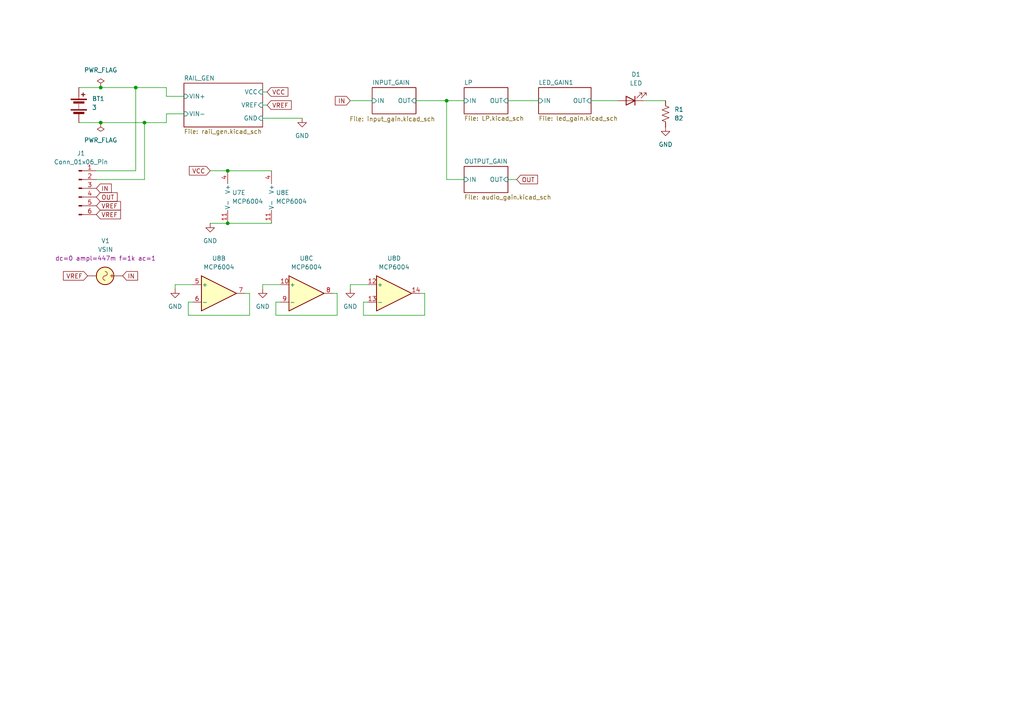
<source format=kicad_sch>
(kicad_sch (version 20250114) (generator "eeschema") (generator_version "9.0")
  (paper "A4")
  (lib_symbols
    (symbol "Amplifier_Operational:MCP6004" (pin_names (offset 0.127))
      (property "Reference" "U" (at 0 5.08 0))
      (property "Value" "MCP6004" (at 0 -5.08 0))
      (symbol "MCP6004_1_1"
        (polyline (pts (xy -5.08 5.08) (xy 5.08 0) (xy -5.08 -5.08) (xy -5.08 5.08)) (stroke (width 0.254)) (fill (type background)))
        (pin input line (at -7.62 2.54 0) (length 2.54) (name "+") (number "3"))
        (pin input line (at -7.62 -2.54 0) (length 2.54) (name "-") (number "2"))
        (pin output line (at 7.62 0 180) (length 2.54) (name "~") (number "1"))
      )
      (symbol "MCP6004_2_1"
        (polyline (pts (xy -5.08 5.08) (xy 5.08 0) (xy -5.08 -5.08) (xy -5.08 5.08)) (stroke (width 0.254)) (fill (type background)))
        (pin input line (at -7.62 2.54 0) (length 2.54) (name "+") (number "5"))
        (pin input line (at -7.62 -2.54 0) (length 2.54) (name "-") (number "6"))
        (pin output line (at 7.62 0 180) (length 2.54) (name "~") (number "7"))
      )
      (symbol "MCP6004_3_1"
        (polyline (pts (xy -5.08 5.08) (xy 5.08 0) (xy -5.08 -5.08) (xy -5.08 5.08)) (stroke (width 0.254)) (fill (type background)))
        (pin input line (at -7.62 2.54 0) (length 2.54) (name "+") (number "10"))
        (pin input line (at -7.62 -2.54 0) (length 2.54) (name "-") (number "9"))
        (pin output line (at 7.62 0 180) (length 2.54) (name "~") (number "8"))
      )
      (symbol "MCP6004_4_1"
        (polyline (pts (xy -5.08 5.08) (xy 5.08 0) (xy -5.08 -5.08) (xy -5.08 5.08)) (stroke (width 0.254)) (fill (type background)))
        (pin input line (at -7.62 2.54 0) (length 2.54) (name "+") (number "12"))
        (pin input line (at -7.62 -2.54 0) (length 2.54) (name "-") (number "13"))
        (pin output line (at 7.62 0 180) (length 2.54) (name "~") (number "14"))
      )
      (symbol "MCP6004_5_1"
        (pin power_in line (at -2.54 7.62 270) (length 3.81) (name "V+") (number "4"))
        (pin power_in line (at -2.54 -7.62 90) (length 3.81) (name "V-") (number "11"))
      )
    )
    (symbol "Connector:Conn_01x06_Pin" (pin_names (offset 1.016) (hide yes))
      (property "Reference" "J" (at 0 7.62 0))
      (property "Value" "Conn_01x06_Pin" (at 0 -10.16 0))
      (symbol "Conn_01x06_Pin_1_1"
        (rectangle (start 0.8636 5.207) (end 0 4.953) (stroke (width 0.1524)) (fill (type outline)))
        (rectangle (start 0.8636 2.667) (end 0 2.413) (stroke (width 0.1524)) (fill (type outline)))
        (rectangle (start 0.8636 0.127) (end 0 -0.127) (stroke (width 0.1524)) (fill (type outline)))
        (rectangle (start 0.8636 -2.413) (end 0 -2.667) (stroke (width 0.1524)) (fill (type outline)))
        (rectangle (start 0.8636 -4.953) (end 0 -5.207) (stroke (width 0.1524)) (fill (type outline)))
        (rectangle (start 0.8636 -7.493) (end 0 -7.747) (stroke (width 0.1524)) (fill (type outline)))
        (polyline (pts (xy 1.27 5.08) (xy 0.8636 5.08)) (stroke (width 0.1524)))
        (polyline (pts (xy 1.27 2.54) (xy 0.8636 2.54)) (stroke (width 0.1524)))
        (polyline (pts (xy 1.27 0) (xy 0.8636 0)) (stroke (width 0.1524)))
        (polyline (pts (xy 1.27 -2.54) (xy 0.8636 -2.54)) (stroke (width 0.1524)))
        (polyline (pts (xy 1.27 -5.08) (xy 0.8636 -5.08)) (stroke (width 0.1524)))
        (polyline (pts (xy 1.27 -7.62) (xy 0.8636 -7.62)) (stroke (width 0.1524)))
        (pin passive line (at 5.08 5.08 180) (length 3.81) (name "Pin_1") (number "1"))
        (pin passive line (at 5.08 2.54 180) (length 3.81) (name "Pin_2") (number "2"))
        (pin passive line (at 5.08 0 180) (length 3.81) (name "Pin_3") (number "3"))
        (pin passive line (at 5.08 -2.54 180) (length 3.81) (name "Pin_4") (number "4"))
        (pin passive line (at 5.08 -5.08 180) (length 3.81) (name "Pin_5") (number "5"))
        (pin passive line (at 5.08 -7.62 180) (length 3.81) (name "Pin_6") (number "6"))
      )
    )
    (symbol "Device:Battery" (pin_numbers (hide yes)) (pin_names (offset 0) (hide yes))
      (property "Reference" "BT" (at 2.54 2.54 0))
      (property "Value" "Battery" (at 2.54 0 0))
      (symbol "Battery_0_1"
        (rectangle (start -2.286 1.778) (end 2.286 1.524) (fill (type outline)))
        (rectangle (start -2.286 -1.27) (end 2.286 -1.524) (fill (type outline)))
        (rectangle (start -1.524 1.016) (end 1.524 0.508) (fill (type outline)))
        (rectangle (start -1.524 -2.032) (end 1.524 -2.54) (fill (type outline)))
        (polyline (pts (xy 0 1.778) (xy 0 2.54)))
        (polyline (pts (xy 0 0) (xy 0 0.254)))
        (polyline (pts (xy 0 -0.508) (xy 0 -0.254)))
        (polyline (pts (xy 0 -1.016) (xy 0 -0.762)))
        (polyline (pts (xy 0.762 3.048) (xy 1.778 3.048)) (stroke (width 0.254)))
        (polyline (pts (xy 1.27 3.556) (xy 1.27 2.54)) (stroke (width 0.254)))
      )
      (symbol "Battery_1_1"
        (pin passive line (at 0 5.08 270) (length 2.54) (name "+") (number "1"))
        (pin passive line (at 0 -5.08 90) (length 2.54) (name "-") (number "2"))
      )
    )
    (symbol "Device:LED" (pin_numbers (hide yes)) (pin_names (offset 1.016) (hide yes))
      (property "Reference" "D" (at 0 2.54 0))
      (property "Value" "LED" (at 0 -2.54 0))
      (symbol "LED_0_1"
        (polyline (pts (xy -3.048 -0.762) (xy -4.572 -2.286) (xy -3.81 -2.286) (xy -4.572 -2.286) (xy -4.572 -1.524)))
        (polyline (pts (xy -1.778 -0.762) (xy -3.302 -2.286) (xy -2.54 -2.286) (xy -3.302 -2.286) (xy -3.302 -1.524)))
        (polyline (pts (xy -1.27 0) (xy 1.27 0)))
        (polyline (pts (xy -1.27 -1.27) (xy -1.27 1.27)) (stroke (width 0.254)))
        (polyline (pts (xy 1.27 -1.27) (xy 1.27 1.27) (xy -1.27 0) (xy 1.27 -1.27)) (stroke (width 0.254)))
      )
      (symbol "LED_1_1"
        (pin passive line (at -3.81 0 0) (length 2.54) (name "K") (number "1"))
        (pin passive line (at 3.81 0 180) (length 2.54) (name "A") (number "2"))
      )
    )
    (symbol "Device:R_US" (pin_numbers (hide yes)) (pin_names (offset 0))
      (property "Reference" "R" (at 2.54 0 90))
      (property "Value" "R_US" (at -2.54 0 90))
      (symbol "R_US_0_1"
        (polyline (pts (xy 0 2.286) (xy 0 2.54)))
        (polyline (pts (xy 0 2.286) (xy 1.016 1.905) (xy 0 1.524) (xy -1.016 1.143) (xy 0 0.762)))
        (polyline (pts (xy 0 0.762) (xy 1.016 0.381) (xy 0 0) (xy -1.016 -0.381) (xy 0 -0.762)))
        (polyline (pts (xy 0 -0.762) (xy 1.016 -1.143) (xy 0 -1.524) (xy -1.016 -1.905) (xy 0 -2.286)))
        (polyline (pts (xy 0 -2.286) (xy 0 -2.54)))
      )
      (symbol "R_US_1_1"
        (pin passive line (at 0 3.81 270) (length 1.27) (name "~") (number "1"))
        (pin passive line (at 0 -3.81 90) (length 1.27) (name "~") (number "2"))
      )
    )
    (symbol "Simulation_SPICE:VSIN" (pin_numbers (hide yes)) (pin_names (offset 0.0254))
      (property "Reference" "V" (at 2.54 2.54 0))
      (property "Value" "VSIN" (at 2.54 0 0))
      (property "Sim.Params" "dc=0 ampl=1 f=1k ac=1" (at 2.54 -2.54 0))
      (symbol "VSIN_0_0"
        (arc (start -1.27 0) (mid -0.635 0.6323) (end 0 0))
        (arc (start 1.27 0) (mid 0.635 -0.6323) (end 0 0))
        (text "+" (at 0 1.905 0) (effects (font (size 1.27 1.27))))
      )
      (symbol "VSIN_0_1"
        (circle (center 0 0) (radius 2.54) (stroke (width 0.254)) (fill (type background)))
      )
      (symbol "VSIN_1_1"
        (pin passive line (at 0 5.08 270) (length 2.54) (name "~") (number "1"))
        (pin passive line (at 0 -5.08 90) (length 2.54) (name "~") (number "2"))
      )
    )
    (symbol "power:GND" (power) (pin_numbers (hide yes)) (pin_names (offset 0) (hide yes))
      (property "Value" "GND" (at 0 -3.81 0))
      (symbol "GND_0_1"
        (polyline (pts (xy 0 0) (xy 0 -1.27) (xy 1.27 -1.27) (xy 0 -2.54) (xy -1.27 -1.27) (xy 0 -1.27)))
      )
      (symbol "GND_1_1"
        (pin power_in line (at 0 0 270) (length 0) (name "~") (number "1"))
      )
    )
    (symbol "power:PWR_FLAG" (power) (pin_numbers (hide yes)) (pin_names (offset 0) (hide yes))
      (property "Value" "PWR_FLAG" (at 0 3.81 0))
      (symbol "PWR_FLAG_0_0"
        (pin power_out line (at 0 0 90) (length 0) (name "~") (number "1"))
      )
      (symbol "PWR_FLAG_0_1"
        (polyline (pts (xy 0 0) (xy 0 1.27) (xy -1.016 1.905) (xy 0 2.54) (xy 1.016 1.905) (xy 0 1.27)))
      )
    )
  )
  (junction (at 39.37 25.4))
  (junction (at 66.04 64.77))
  (junction (at 41.91 35.56))
  (junction (at 66.04 49.53))
  (junction (at 29.21 35.56))
  (junction (at 129.54 29.21))
  (junction (at 29.21 25.4))
  (wire (pts (xy 147.32 29.21) (xy 156.21 29.21)))
  (wire (pts (xy 71.12 85.09) (xy 72.39 85.09)))
  (wire (pts (xy 76.2 34.29) (xy 87.63 34.29)))
  (wire (pts (xy 80.01 91.44) (xy 80.01 87.63)))
  (wire (pts (xy 105.41 87.63) (xy 106.68 87.63)))
  (wire (pts (xy 22.86 25.4) (xy 29.21 25.4)))
  (wire (pts (xy 29.21 35.56) (xy 41.91 35.56)))
  (wire (pts (xy 120.65 29.21) (xy 129.54 29.21)))
  (wire (pts (xy 76.2 30.48) (xy 77.47 30.48)))
  (wire (pts (xy 72.39 91.44) (xy 54.61 91.44)))
  (wire (pts (xy 54.61 87.63) (xy 55.88 87.63)))
  (wire (pts (xy 41.91 35.56) (xy 48.26 35.56)))
  (wire (pts (xy 186.69 29.21) (xy 193.04 29.21)))
  (wire (pts (xy 22.86 35.56) (xy 29.21 35.56)))
  (wire (pts (xy 55.88 82.55) (xy 50.8 82.55)))
  (wire (pts (xy 121.92 85.09) (xy 123.19 85.09)))
  (wire (pts (xy 66.04 64.77) (xy 78.74 64.77)))
  (wire (pts (xy 123.19 85.09) (xy 123.19 91.44)))
  (wire (pts (xy 97.79 91.44) (xy 80.01 91.44)))
  (wire (pts (xy 105.41 91.44) (xy 105.41 87.63)))
  (wire (pts (xy 53.34 27.94) (xy 48.26 27.94)))
  (wire (pts (xy 29.21 25.4) (xy 39.37 25.4)))
  (wire (pts (xy 97.79 85.09) (xy 97.79 91.44)))
  (wire (pts (xy 50.8 82.55) (xy 50.8 83.82)))
  (wire (pts (xy 129.54 29.21) (xy 129.54 52.07)))
  (wire (pts (xy 60.96 49.53) (xy 66.04 49.53)))
  (wire (pts (xy 41.91 52.07) (xy 27.94 52.07)))
  (wire (pts (xy 72.39 85.09) (xy 72.39 91.44)))
  (wire (pts (xy 48.26 27.94) (xy 48.26 25.4)))
  (wire (pts (xy 101.6 82.55) (xy 101.6 83.82)))
  (wire (pts (xy 60.96 64.77) (xy 66.04 64.77)))
  (wire (pts (xy 171.45 29.21) (xy 179.07 29.21)))
  (wire (pts (xy 39.37 49.53) (xy 27.94 49.53)))
  (wire (pts (xy 81.28 82.55) (xy 76.2 82.55)))
  (wire (pts (xy 129.54 52.07) (xy 134.62 52.07)))
  (wire (pts (xy 48.26 33.02) (xy 53.34 33.02)))
  (wire (pts (xy 76.2 82.55) (xy 76.2 83.82)))
  (wire (pts (xy 54.61 91.44) (xy 54.61 87.63)))
  (wire (pts (xy 39.37 25.4) (xy 39.37 49.53)))
  (wire (pts (xy 101.6 29.21) (xy 107.95 29.21)))
  (wire (pts (xy 80.01 87.63) (xy 81.28 87.63)))
  (wire (pts (xy 96.52 85.09) (xy 97.79 85.09)))
  (wire (pts (xy 39.37 25.4) (xy 48.26 25.4)))
  (wire (pts (xy 123.19 91.44) (xy 105.41 91.44)))
  (wire (pts (xy 106.68 82.55) (xy 101.6 82.55)))
  (wire (pts (xy 48.26 35.56) (xy 48.26 33.02)))
  (wire (pts (xy 76.2 26.67) (xy 77.47 26.67)))
  (wire (pts (xy 149.86 52.07) (xy 147.32 52.07)))
  (wire (pts (xy 129.54 29.21) (xy 134.62 29.21)))
  (wire (pts (xy 66.04 49.53) (xy 78.74 49.53)))
  (wire (pts (xy 41.91 35.56) (xy 41.91 52.07)))
  (global_label "VREF" (shape input) (at 25.4 80.01 180) (property "Intersheetrefs" "${INTERSHEET_REFS}" (effects (hide yes))))
  (global_label "VREF" (shape input) (at 27.94 59.69 0) (property "Intersheetrefs" "${INTERSHEET_REFS}" (effects (hide yes))))
  (global_label "VCC" (shape input) (at 60.96 49.53 180) (property "Intersheetrefs" "${INTERSHEET_REFS}" (effects (hide yes))))
  (global_label "VCC" (shape input) (at 77.47 26.67 0) (property "Intersheetrefs" "${INTERSHEET_REFS}" (effects (hide yes))))
  (global_label "OUT" (shape input) (at 27.94 57.15 0) (property "Intersheetrefs" "${INTERSHEET_REFS}" (effects (hide yes))))
  (global_label "VREF" (shape input) (at 77.47 30.48 0) (property "Intersheetrefs" "${INTERSHEET_REFS}" (effects (hide yes))))
  (global_label "IN" (shape input) (at 101.6 29.21 180) (property "Intersheetrefs" "${INTERSHEET_REFS}" (effects (hide yes))))
  (global_label "VREF" (shape input) (at 27.94 62.23 0) (property "Intersheetrefs" "${INTERSHEET_REFS}" (effects (hide yes))))
  (global_label "OUT" (shape input) (at 149.86 52.07 0) (property "Intersheetrefs" "${INTERSHEET_REFS}" (effects (hide yes))))
  (global_label "IN" (shape input) (at 35.56 80.01 0) (property "Intersheetrefs" "${INTERSHEET_REFS}" (effects (hide yes))))
  (global_label "IN" (shape input) (at 27.94 54.61 0) (property "Intersheetrefs" "${INTERSHEET_REFS}" (effects (hide yes))))
  (symbol (lib_id "power:PWR_FLAG") (at 29.21 25.4 0) (unit 1)
    (property "Reference" "#FLG01" (effects (hide yes)))
    (property "Value" "PWR_FLAG" (at 29.21 20.32 0))
    (property "Description" "Special symbol for telling ERC where power comes from" (effects (hide yes)))
  )
  (symbol (lib_id "Device:LED") (at 182.88 29.21 180) (unit 1)
    (property "Reference" "D1" (at 184.4675 21.59 0))
    (property "Value" "LED" (at 184.4675 24.13 0))
    (property "Description" "Light emitting diode" (effects (hide yes)))
    (property "Sim.Pins" "1=K 2=A" (effects (hide yes)))
    (property "Sim.Library" "led.lib" (effects (hide yes)))
    (property "Sim.Name" "LED_GENERAL" (effects (hide yes)))
    (property "Sim.Device" "D" (effects (hide yes)))
  )
  (symbol (lib_id "power:GND") (at 50.8 83.82 0) (unit 1)
    (property "Reference" "#PWR04" (effects (hide yes)))
    (property "Value" "GND" (at 50.8 88.9 0))
    (property "Description" "Power symbol creates a global label with name \"GND\" , ground" (effects (hide yes)))
  )
  (symbol (lib_id "Device:R_US") (at 193.04 33.02 0) (unit 1)
    (property "Reference" "R1" (at 195.58 31.7499 0) (effects (justify left)))
    (property "Value" "82" (at 195.58 34.2899 0) (effects (justify left)))
    (property "Description" "Resistor, US symbol" (effects (hide yes)))
  )
  (symbol (lib_id "power:PWR_FLAG") (at 29.21 35.56 180) (unit 1)
    (property "Reference" "#FLG02" (effects (hide yes)))
    (property "Value" "PWR_FLAG" (at 29.21 40.64 0))
    (property "Description" "Special symbol for telling ERC where power comes from" (effects (hide yes)))
  )
  (symbol (lib_id "power:GND") (at 60.96 64.77 0) (unit 1)
    (property "Reference" "#PWR01" (effects (hide yes)))
    (property "Value" "GND" (at 60.96 69.85 0))
    (property "Description" "Power symbol creates a global label with name \"GND\" , ground" (effects (hide yes)))
  )
  (symbol (lib_id "Connector:Conn_01x06_Pin") (at 22.86 54.61 0) (unit 1) (exclude_from_sim yes)
    (property "Reference" "J1" (at 23.495 44.45 0))
    (property "Value" "Conn_01x06_Pin" (at 23.495 46.99 0))
    (property "Description" "Generic connector, single row, 01x06, script generated" (effects (hide yes)))
  )
  (symbol (lib_id "Amplifier_Operational:MCP6004") (at 63.5 85.09 0) (unit 2)
    (property "Reference" "U8" (at 63.5 74.93 0))
    (property "Value" "MCP6004" (at 63.5 77.47 0))
    (property "Datasheet" "http://ww1.microchip.com/downloads/en/DeviceDoc/21733j.pdf" (effects (hide yes)))
    (property "Description" "1MHz, Low-Power Op Amp, DIP-14/SOIC-14/TSSOP-14" (effects (hide yes)))
    (property "Sim.Library" "MCP6001.lib" (effects (hide yes)))
    (property "Sim.Name" "MCP6004" (effects (hide yes)))
    (property "Sim.Device" "SUBCKT" (effects (hide yes)))
    (property "Sim.Pins" "1=OUTA 2=A- 3=A+ 4=VDD 5=B+ 6=B- 7=OUTB 8=OUTC 9=C- 10=C+ 11=VSS 12=D+ 13=D- 14=OUTD" (effects (hide yes)))
  )
  (symbol (lib_id "Amplifier_Operational:MCP6004") (at 114.3 85.09 0) (unit 4)
    (property "Reference" "U8" (at 114.3 74.93 0))
    (property "Value" "MCP6004" (at 114.3 77.47 0))
    (property "Datasheet" "http://ww1.microchip.com/downloads/en/DeviceDoc/21733j.pdf" (effects (hide yes)))
    (property "Description" "1MHz, Low-Power Op Amp, DIP-14/SOIC-14/TSSOP-14" (effects (hide yes)))
    (property "Sim.Library" "MCP6001.lib" (effects (hide yes)))
    (property "Sim.Name" "MCP6004" (effects (hide yes)))
    (property "Sim.Device" "SUBCKT" (effects (hide yes)))
    (property "Sim.Pins" "1=OUTA 2=A- 3=A+ 4=VDD 5=B+ 6=B- 7=OUTB 8=OUTC 9=C- 10=C+ 11=VSS 12=D+ 13=D- 14=OUTD" (effects (hide yes)))
  )
  (symbol (lib_id "Amplifier_Operational:MCP6004") (at 81.28 57.15 0) (unit 5)
    (property "Reference" "U8" (at 80.01 55.8799 0) (effects (justify left)))
    (property "Value" "MCP6004" (at 80.01 58.4199 0) (effects (justify left)))
    (property "Datasheet" "http://ww1.microchip.com/downloads/en/DeviceDoc/21733j.pdf" (effects (hide yes)))
    (property "Description" "1MHz, Low-Power Op Amp, DIP-14/SOIC-14/TSSOP-14" (effects (hide yes)))
    (property "Sim.Library" "MCP6001.lib" (effects (hide yes)))
    (property "Sim.Name" "MCP6004" (effects (hide yes)))
    (property "Sim.Device" "SUBCKT" (effects (hide yes)))
    (property "Sim.Pins" "1=OUTA 2=A- 3=A+ 4=VDD 5=B+ 6=B- 7=OUTB 8=OUTC 9=C- 10=C+ 11=VSS 12=D+ 13=D- 14=OUTD" (effects (hide yes)))
  )
  (symbol (lib_id "Amplifier_Operational:MCP6004") (at 88.9 85.09 0) (unit 3)
    (property "Reference" "U8" (at 88.9 74.93 0))
    (property "Value" "MCP6004" (at 88.9 77.47 0))
    (property "Datasheet" "http://ww1.microchip.com/downloads/en/DeviceDoc/21733j.pdf" (effects (hide yes)))
    (property "Description" "1MHz, Low-Power Op Amp, DIP-14/SOIC-14/TSSOP-14" (effects (hide yes)))
    (property "Sim.Library" "MCP6001.lib" (effects (hide yes)))
    (property "Sim.Name" "MCP6004" (effects (hide yes)))
    (property "Sim.Device" "SUBCKT" (effects (hide yes)))
    (property "Sim.Pins" "1=OUTA 2=A- 3=A+ 4=VDD 5=B+ 6=B- 7=OUTB 8=OUTC 9=C- 10=C+ 11=VSS 12=D+ 13=D- 14=OUTD" (effects (hide yes)))
  )
  (symbol (lib_id "power:GND") (at 101.6 83.82 0) (unit 1)
    (property "Reference" "#PWR06" (effects (hide yes)))
    (property "Value" "GND" (at 101.6 88.9 0))
    (property "Description" "Power symbol creates a global label with name \"GND\" , ground" (effects (hide yes)))
  )
  (symbol (lib_id "Simulation_SPICE:VSIN") (at 30.48 80.01 270) (unit 1)
    (property "Reference" "V1" (at 30.6098 69.85 90))
    (property "Value" "VSIN" (at 30.6098 72.39 90))
    (property "Datasheet" "https://ngspice.sourceforge.io/docs/ngspice-html-manual/manual.xhtml#sec_Independent_Sources_for" (effects (hide yes)))
    (property "Description" "Voltage source, sinusoidal" (effects (hide yes)))
    (property "Sim.Pins" "1=+ 2=-" (effects (hide yes)))
    (property "Sim.Params" "dc=0 ampl=447m f=1k ac=1" (at 30.6098 74.93 90))
    (property "Sim.Type" "SIN" (effects (hide yes)))
    (property "Sim.Device" "V" (effects (hide yes)))
  )
  (symbol (lib_id "power:GND") (at 76.2 83.82 0) (unit 1)
    (property "Reference" "#PWR05" (effects (hide yes)))
    (property "Value" "GND" (at 76.2 88.9 0))
    (property "Description" "Power symbol creates a global label with name \"GND\" , ground" (effects (hide yes)))
  )
  (symbol (lib_id "power:GND") (at 193.04 36.83 0) (unit 1)
    (property "Reference" "#PWR02" (effects (hide yes)))
    (property "Value" "GND" (at 193.04 41.91 0))
    (property "Description" "Power symbol creates a global label with name \"GND\" , ground" (effects (hide yes)))
  )
  (symbol (lib_id "Device:Battery") (at 22.86 30.48 0) (unit 1)
    (property "Reference" "BT1" (at 26.67 28.6384 0) (effects (justify left)))
    (property "Value" "3" (at 26.67 31.1784 0) (effects (justify left)))
    (property "Description" "Multiple-cell battery" (effects (hide yes)))
    (property "Sim.Device" "V" (effects (hide yes)))
    (property "Sim.Pins" "1=+ 2=-" (effects (hide yes)))
    (property "Sim.Type" "PWL" (effects (hide yes)))
    (property "Sim.Params" "pwl=\"0 0 10u 0 0.1m 3\"" (effects (hide yes)))
  )
  (symbol (lib_id "power:GND") (at 87.63 34.29 0) (unit 1)
    (property "Reference" "#PWR03" (effects (hide yes)))
    (property "Value" "GND" (at 87.63 39.37 0))
    (property "Description" "Power symbol creates a global label with name \"GND\" , ground" (effects (hide yes)))
  )
  (symbol (lib_id "Amplifier_Operational:MCP6004") (at 68.58 57.15 0) (unit 5)
    (property "Reference" "U7" (at 67.31 55.8799 0) (effects (justify left)))
    (property "Value" "MCP6004" (at 67.31 58.4199 0) (effects (justify left)))
    (property "Datasheet" "http://ww1.microchip.com/downloads/en/DeviceDoc/21733j.pdf" (effects (hide yes)))
    (property "Description" "1MHz, Low-Power Op Amp, DIP-14/SOIC-14/TSSOP-14" (effects (hide yes)))
    (property "Sim.Library" "MCP6001.lib" (effects (hide yes)))
    (property "Sim.Name" "MCP6004" (effects (hide yes)))
    (property "Sim.Device" "SUBCKT" (effects (hide yes)))
    (property "Sim.Pins" "1=OUTA 2=A- 3=A+ 4=VDD 5=B+ 6=B- 7=OUTB 8=OUTC 9=C- 10=C+ 11=VSS 12=D+ 13=D- 14=OUTD" (effects (hide yes)))
  )
  (sheet (at 134.62 48.26) (size 12.7 7.62) (stroke (width 0.1524))
    (property "Sheetname" "OUTPUT_GAIN" (at 134.62 47.5484 0) (effects (justify left bottom)))
    (property "Sheetfile" "audio_gain.kicad_sch" (at 134.62 56.4646 0) (effects (justify left top)))
    (pin "IN" input (at 134.62 52.07 180))
    (pin "OUT" input (at 147.32 52.07 0))
  )
  (sheet (at 134.62 25.4) (size 12.7 7.62) (stroke (width 0.1524))
    (property "Sheetname" "LP" (at 134.62 24.6884 0) (effects (justify left bottom)))
    (property "Sheetfile" "LP.kicad_sch" (at 134.62 33.6046 0) (effects (justify left top)))
    (pin "IN" input (at 134.62 29.21 180))
    (pin "OUT" input (at 147.32 29.21 0))
  )
  (sheet (at 53.34 24.13) (size 22.86 12.7) (stroke (width 0.1524))
    (property "Sheetname" "RAIL_GEN" (at 53.34 23.4184 0) (effects (justify left bottom)))
    (property "Sheetfile" "rail_gen.kicad_sch" (at 53.34 37.4146 0) (effects (justify left top)))
    (pin "VREF" input (at 76.2 30.48 0))
    (pin "VCC" input (at 76.2 26.67 0))
    (pin "GND" input (at 76.2 34.29 0))
    (pin "VIN+" input (at 53.34 27.94 180))
    (pin "VIN-" input (at 53.34 33.02 180))
  )
  (sheet (at 107.95 25.4) (size 12.7 7.62) (stroke (width 0.1524))
    (property "Sheetname" "INPUT_GAIN" (at 107.95 24.6884 0) (effects (justify left bottom)))
    (property "Sheetfile" "input_gain.kicad_sch" (at 101.346 33.782 0) (effects (justify left top)))
    (pin "IN" input (at 107.95 29.21 180))
    (pin "OUT" input (at 120.65 29.21 0))
  )
  (sheet (at 156.21 25.4) (size 15.24 7.62) (stroke (width 0.1524))
    (property "Sheetname" "LED_GAIN1" (at 156.21 24.6884 0) (effects (justify left bottom)))
    (property "Sheetfile" "led_gain.kicad_sch" (at 156.21 33.6046 0) (effects (justify left top)))
    (pin "IN" input (at 156.21 29.21 180))
    (pin "OUT" input (at 171.45 29.21 0))
  )
)
</source>
